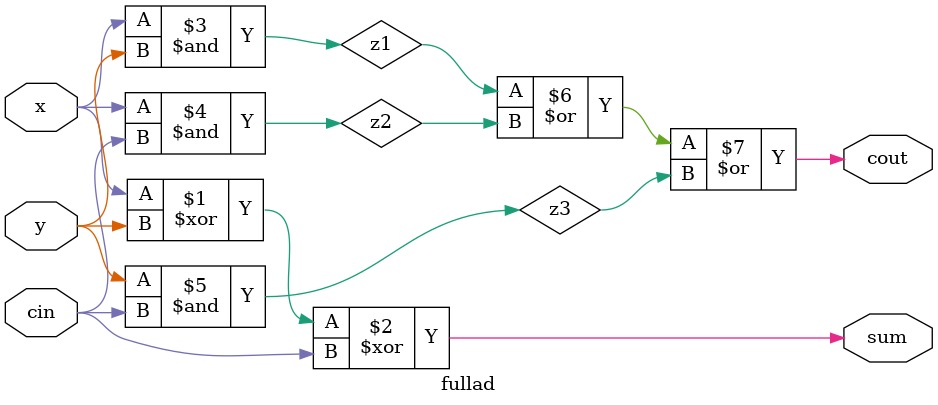
<source format=v>
/*
 * Copyright (c) 2024 Hanyuan (Bob) Huang
 * SPDX-License-Identifier: Apache-2.0
 */

`default_nettype none

module tt_um_b_8_array_multiplier(
    input  wire [7:0] ui_in,    // Dedicated inputs
    output wire [7:0] uo_out,   // Dedicated outputs
    input  wire [7:0] uio_in,   // IOs: Input path
    output wire [7:0] uio_out,  // IOs: Output path
    output wire [7:0] uio_oe,   // IOs: Enable path (active high: 0=input, 1=output)
    input  wire       ena,      // always 1 when the design is powered, so you can ignore it
    input  wire       clk,      // clock
    input  wire       rst_n     // reset_n - low to reset
);

  // All output pins must be assigned. If not used, assign to 0.

    wire [3:0] m = ui_in[7:4];
    wire [3:0] q = ui_in[3:0];
    wire [7:0] p;




//partial products 
    //partial digit 0 
    wire p00 = m[0] & q[0];
    wire p01 = m[0] & q[1];
    wire p02 = m[0] & q[2];
    wire p03 = m[0] & q[3];
    
    //partial digit 1 
    wire p10 = m[1] & q[0];
    wire p11 = m[1] & q[1];
    wire p12 = m[1] & q[2];
    wire p13 = m[1] & q[3];   
    
    //partial digit 2 
    wire p20 = m[2] & q[0];
    wire p21 = m[2] & q[1];
    wire p22 = m[2] & q[2];
    wire p23 = m[2] & q[3];
    
    //partial digit 3 
    wire p30 = m[3] & q[0];
    wire p31 = m[3] & q[1];
    wire p32 = m[3] & q[2];
    wire p33 = m[3] & q[3];
    
    
    //wiring internal signals for adders 
    wire s1, s2, s3, s4, s5, s6, s7, s8, s9;
    wire c1, c2, c3, c4, c5, c6, c7, c8, c9, c10, c11, c12;
    
    //row 1
    assign p[0] = p00;
    
    //row 2 
    fullad fa1(.cin(1'b0), .x(p01), .y(p10), .sum(p[1]), .cout(c1));
    fullad fa2(.cin(c1), .x(p02), .y(p11), .sum(s1), .cout(c2));
    fullad fa3(.cin(c2), .x(p03), .y(p12), .sum(s2), .cout(c3));
    fullad fa4(.cin(c3), .x(1'b0), .y(p13), .sum(s3), .cout(c4));
    
    //row 3 
    fullad fa5(.cin(1'b0), .x(s1), .y(p20), .sum(p[2]), .cout(c5));
    fullad fa6(.cin(c5), .x(s2), .y(p21), .sum(s4), .cout(c6));
    fullad fa7(.cin(c6), .x(s3), .y(p22), .sum(s5), .cout(c7));
    fullad fa8(.cin(c7), .x(c4), .y(p23), .sum(s6), .cout(c8));
    
    //row 4 
    fullad fa9(.cin(1'b0), .x(s4), .y(p30), .sum(p[3]), .cout(c9));
    fullad fa10(.cin(c9), .x(s5), .y(p31), .sum(s7), .cout(c10));
    fullad fa11(.cin(c10), .x(s6), .y(p32), .sum(s8), .cout(c11));
    fullad fa12(.cin(c11), .x(c8), .y(p33), .sum(s9), .cout(c12));
    
    //rest of digits 
    assign p[4] = s7;
    assign p[5] = s8;
    assign p[6] = s9;
    assign p[7] = c12;


    assign uo_out = p; 


    


  assign uio_out = 0;
  assign uio_oe  = 0;



  // List all unused inputs to prevent warnings
  wire _unused = &{ena, clk, rst_n, 1'b0};

  endmodule


module fullad(cin, x, y, sum, cout);
    input x, y, cin;
    output sum, cout;
    wire z1, z2, z3;
    
    xor(sum,x,y,cin);
    and(z1,x,y);
    and(z2,x,cin);
    and(z3,y,cin);
    
    or(cout,z1,z2,z3);
     
endmodule



</source>
